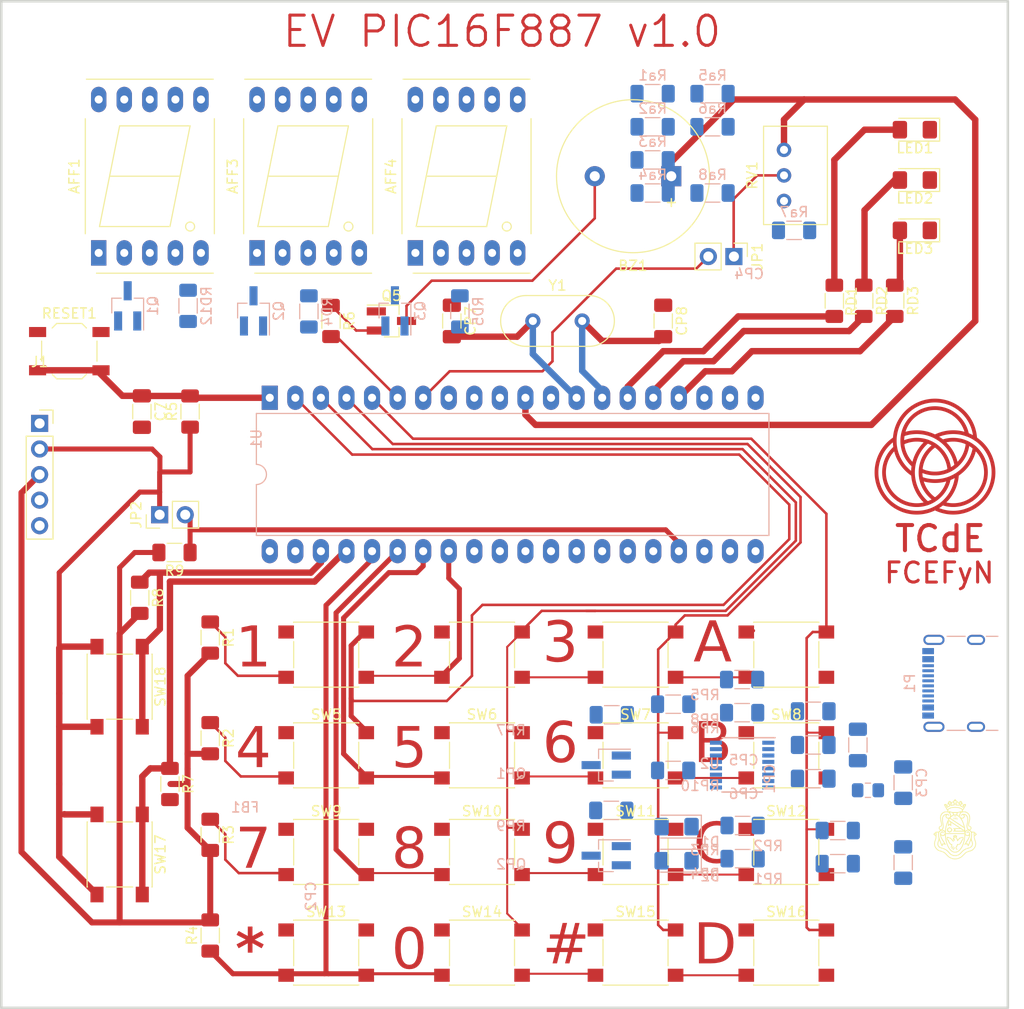
<source format=kicad_pcb>
(kicad_pcb (version 20221018) (generator pcbnew)
  (layers (0 "F.Cu" signal) (31 "B.Cu" signal) (34 "B.Paste" user) (35 "F.Paste" user) (36 "B.SilkS" user "B.Silkscreen") (37 "F.SilkS" user "F.Silkscreen") (38 "B.Mask" user) (39 "F.Mask" user) (44 "Edge.Cuts" user))
  (net 0 "")
  (net 1 "MCLR")
  (net 2 "Net-(LED1-A)")
  (net 3 "Net-(U1-RA7{slash}OSC1{slash}CLKIN)")
  (net 4 "Net-(U1-RA6{slash}OSC2{slash}CLKOUT)")
  (net 5 "Net-(BZ1-+)")
  (net 6 "RA4")
  (net 7 "RA5")
  (net 8 "e")
  (net 9 "d")
  (net 10 "GND")
  (net 11 "Net-(CP1-Pad2)")
  (net 12 "Net-(P1-D+)")
  (net 13 "Net-(JP2-B)")
  (net 14 "RA1")
  (net 15 "RC0")
  (net 16 "Net-(LED2-A)")
  (net 17 "RC1")
  (net 19 "Net-(Q1-C)")
  (net 20 "RD0")
  (net 21 "RD1")
  (net 22 "RD2")
  (net 24 "RA2")
  (net 25 "Net-(P1-D-)")
  (net 26 "+3.3V")
  (net 27 "c")
  (net 28 "DP")
  (net 29 "b")
  (net 30 "a")
  (net 31 "+5V")
  (net 32 "Net-(D1-K)")
  (net 33 "RD3")
  (net 34 "RB0")
  (net 35 "RB1")
  (net 36 "RB2")
  (net 37 "f")
  (net 38 "g")
  (net 39 "Net-(LED3-A)")
  (net 40 "RC2")
  (net 42 "Net-(D2-K)")
  (net 43 "Net-(U2-USBDM)")
  (net 44 "Net-(U2-USBDP)")
  (net 46 "Net-(U2-CBUS1)")
  (net 47 "Net-(U2-CBUS2)")
  (net 48 "TXpic")
  (net 49 "RXpic")
  (net 52 "RB3")
  (net 56 "RA0")
  (net 57 "ICSPCLK")
  (net 58 "ICSPDAT")
  (net 59 "RA3")
  (net 60 "Net-(JP1-A)")
  (net 61 "Net-(Q2-C)")
  (net 62 "Net-(Q3-C)")
  (net 63 "Net-(Q1-B)")
  (net 64 "Net-(Q2-B)")
  (net 65 "Net-(Q3-B)")
  (net 66 "RD4")
  (net 67 "RD5")
  (net 68 "RD6")
  (net 69 "RD7")
  (net 70 "RE1")
  (net 71 "RE2")
  (net 72 "RE0")
  (net 73 "RB4")
  (net 74 "RB5")
  (net 75 "Net-(Q5-B)")
  (net 76 "Net-(QP1-B)")
  (net 77 "Net-(QP1-C)")
  (net 78 "Net-(QP2-B)")
  (net 79 "Net-(U2-RXD)")
  (net 80 "Net-(U2-TXD)")
  (footprint "Button_Switch_SMD:SW_SPST_PTS645" (layer "F.Cu") (at 93.23 80.15)
    (fp_text reference "SW4" hide)
    (fp_text value "SW_Push" hide)
  )
  (footprint "Crystal:Crystal_HC18-U_Vertical" (layer "F.Cu") (at 68.05 47)
    (fp_text reference "Y1")
    (fp_text value "Crystal")
  )
  (footprint "Taller:Logo" (layer "F.Cu") (at 108 61)
    (fp_text reference "TCdE FCEFYN" hide)
    (fp_text value "Logo")
  )
  (footprint "Resistor_SMD:R_1206_3216Metric_Pad1.30x1.75mm_HandSolder" (layer "F.Cu") (at 29 74.5 -90)
    (fp_text reference "R8")
    (fp_text value "10K")
  )
  (footprint "Button_Switch_SMD:SW_SPST_PTS645" (layer "F.Cu") (at 63 90.15)
    (fp_text reference "SW6")
    (fp_text value "SW_Push")
  )
  (footprint "Button_Switch_SMD:SW_SPST_PTS645" (layer "F.Cu") (at 93.23 90.15)
    (fp_text reference "SW8")
    (fp_text value "SW_Push")
  )
  (footprint "Button_Switch_SMD:SW_SPST_PTS645" (layer "F.Cu") (at 47.52 90.15)
    (fp_text reference "SW5")
    (fp_text value "SW_Push")
  )
  (footprint "LED_SMD:LED_1206_3216Metric_Pad1.42x1.75mm_HandSolder" (layer "F.Cu") (at 106 38 180)
    (fp_text reference "LED3")
    (fp_text value "LED")
  )
  (footprint "Resistor_SMD:R_1206_3216Metric_Pad1.30x1.75mm_HandSolder" (layer "F.Cu") (at 100.92 45 -90)
    (fp_text reference "RD2")
    (fp_text value "220R")
  )
  (footprint "Capacitor_SMD:C_1206_3216Metric_Pad1.33x1.80mm_HandSolder" (layer "F.Cu") (at 81 47 -90)
    (fp_text reference "CP8")
    (fp_text value "47pF")
  )
  (footprint "Display_7Segment:7SegmentLED_LTS6760_LTS6780" (layer "F.Cu") (at 56.38 40.24 90)
    (fp_text reference "AFF4")
    (fp_text value "LTS-6980HR" hide)
  )
  (footprint "Capacitor_SMD:C_1206_3216Metric_Pad1.33x1.80mm_HandSolder" (layer "F.Cu") (at 60 47 -90)
    (fp_text reference "CP7")
    (fp_text value "47pF")
  )
  (footprint "Connector_PinHeader_2.54mm:PinHeader_1x02_P2.54mm_Vertical" (layer "F.Cu") (at 30.975 66.25 90)
    (fp_text reference "JP2")
    (fp_text value "Jumper_2_Bridged")
  )
  (footprint "Resistor_SMD:R_1206_3216Metric_Pad1.30x1.75mm_HandSolder" (layer "F.Cu") (at 104 45 -90)
    (fp_text reference "RD3")
    (fp_text value "220R")
  )
  (footprint "Button_Switch_SMD:SW_SPST_PTS645" (layer "F.Cu") (at 93.23 109.75)
    (fp_text reference "SW16")
    (fp_text value "SW_Push")
  )
  (footprint "Potentiometer_THT:Potentiometer_Bourns_3299W_Vertical" (layer "F.Cu") (at 93 30 90)
    (fp_text reference "RV1")
    (fp_text value "R_Potentiometer")
  )
  (footprint "Display_7Segment:7SegmentLED_LTS6760_LTS6780" (layer "F.Cu") (at 24.92 40.24 90)
    (fp_text reference "AFF1")
    (fp_text value "LTS-6980HR")
  )
  (footprint "LED_SMD:LED_1206_3216Metric_Pad1.42x1.75mm_HandSolder" (layer "F.Cu") (at 106 28 180)
    (fp_text reference "LED1")
    (fp_text value "LED")
  )
  (footprint "Buzzer_Beeper:Buzzer_15x7.5RM7.6" (layer "F.Cu") (at 81.8 32.62 180)
    (fp_text reference "BZ1")
    (fp_text value "Buzzer")
  )
  (footprint "MountingHole:MountingHole_3.2mm_M3" (layer "F.Cu") (at 110 20)
    (fp_text reference "REF2" hide)
    (fp_text value "MountingHole_3.2mm_M3" hide)
  )
  (footprint "Button_Switch_SMD:SW_SPST_PTS645" (layer "F.Cu") (at 47.52 80.15)
    (fp_text reference "SW1" hide)
    (fp_text value "SW_Push")
  )
  (footprint "MountingHole:MountingHole_3.2mm_M3" (layer "F.Cu") (at 110 110)
    (fp_text reference "REF4" hide)
    (fp_text value "MountingHole_3.2mm_M3" hide)
  )
  (footprint "Capacitor_SMD:C_1206_3216Metric_Pad1.33x1.80mm_HandSolder" (layer "F.Cu") (at 29.21 56 -90)
    (fp_text reference "C7")
    (fp_text value "100nF")
  )
  (footprint "Button_Switch_SMD:SW_SPST_PTS645" (layer "F.Cu") (at 27 83.333333 -90)
    (fp_text reference "SW18")
    (fp_text value "SW_Push")
  )
  (footprint "Button_Switch_SMD:SW_SPST_PTS645" (layer "F.Cu") (at 27 100 -90)
    (fp_text reference "SW17")
    (fp_text value "SW_Push")
  )
  (footprint "LED_SMD:LED_1206_3216Metric_Pad1.42x1.75mm_HandSolder" (layer "F.Cu") (at 106 33 180)
    (fp_text reference "LED2")
    (fp_text value "LED")
  )
  (footprint "Button_Switch_SMD:SW_SPST_PTS645" (layer "F.Cu") (at 63 99.75)
    (fp_text reference "SW10")
    (fp_text value "SW_Push")
  )
  (footprint "MountingHole:MountingHole_3.2mm_M3" (layer "F.Cu") (at 20 110)
    (fp_text reference "REF3" hide)
    (fp_text value "MountingHole_3.2mm_M3" hide)
  )
  (footprint "MountingHole:MountingHole_3.2mm_M3" (layer "F.Cu") (at 20 20)
    (fp_text reference "REF1" hide)
    (fp_text value "MountingHole_3.2mm_M3" hide)
  )
  (footprint "Resistor_SMD:R_1206_3216Metric_Pad1.30x1.75mm_HandSolder" (layer "F.Cu") (at 36 108.05 90)
    (fp_text reference "R4")
    (fp_text value "10K")
  )
  (footprint "Resistor_SMD:R_1206_3216Metric_Pad1.30x1.75mm_HandSolder" (layer "F.Cu") (at 32.45 70 180)
    (fp_text reference "R9")
    (fp_text value "10K")
  )
  (footprint "Resistor_SMD:R_1206_3216Metric_Pad1.30x1.75mm_HandSolder" (layer "F.Cu") (at 34 56 90)
    (fp_text reference "R5")
    (fp_text value "10K")
  )
  (footprint "Button_Switch_SMD:SW_SPST_TL3342" (layer "F.Cu") (at 22 50)
    (fp_text reference "RESET1")
    (fp_text value "SW_Push")
  )
  (footprint "Display_7Segment:7SegmentLED_LTS6760_LTS6780" (layer "F.Cu") (at 40.65 40.24 90)
    (fp_text reference "AFF3")
    (fp_text value "LTS-6980HR")
  )
  (footprint "Button_Switch_SMD:SW_SPST_PTS645" (layer "F.Cu") (at 63 80.15)
    (fp_text reference "SW2" hide)
    (fp_text value "SW_Push" hide)
  )
  (footprint "Resistor_SMD:R_1206_3216Metric_Pad1.30x1.75mm_HandSolder" (layer "F.Cu") (at 36 78.45 -90)
    (fp_text reference "R1")
    (fp_text value "10K")
  )
  (footprint "Button_Switch_SMD:SW_SPST_PTS645" (layer "F.Cu") (at 78.25 99.75)
    (fp_text reference "SW11")
    (fp_text value "SW_Push")
  )
  (footprint "Resistor_SMD:R_1206_3216Metric_Pad1.30x1.75mm_HandSolder" (layer "F.Cu") (at 36 98.05 -90)
    (fp_text reference "R3")
    (fp_text value "10K")
  )
  (footprint "Button_Switch_SMD:SW_SPST_PTS645" (layer "F.Cu") (at 47.52 99.75)
    (fp_text reference "SW9")
    (fp_text value "SW_Push")
  )
  (footprint "Connector_PinHeader_2.54mm:PinHeader_1x02_P2.54mm_Vertical" (layer "F.Cu") (at 88.025 40.6 -90)
    (fp_text reference "JP1")
    (fp_text value "Jumper_2_Bridged")
  )
  (footprint "Button_Switch_SMD:SW_SPST_PTS645" (layer "F.Cu") (at 47.52 109.75)
    (fp_text reference "SW13")
    (fp_text value "SW_Push")
  )
  (footprint "Resistor_SMD:R_1206_3216Metric_Pad1.30x1.75mm_HandSolder" (layer "F.Cu") (at 98 45 -90)
    (fp_text reference "RD1")
    (fp_text value "220R")
  )
  (footprint "Resistor_SMD:R_1206_3216Metric_Pad1.30x1.75mm_HandSolder" (layer "F.Cu") (at 32 93 -90)
    (fp_text reference "R7")
    (fp_text value "10K" hide)
  )
  (footprint "Resistor_SMD:R_1206_3216Metric_Pad1.30x1.75mm_HandSolder" (layer "F.Cu") (at 36 88.45 -90)
    (fp_text reference "R2")
    (fp_text value "10K")
  )
  (footprint "Button_Switch_SMD:SW_SPST_PTS645" (layer "F.Cu") (at 78.25 90.15)
    (fp_text reference "SW7")
    (fp_text value "SW_Push")
  )
  (footprint "Resistor_SMD:R_1206_3216Metric_Pad1.30x1.75mm_HandSolder" (layer "F.Cu") (at 48 47 -90)
    (fp_text reference "R6")
    (fp_text value "330R")
  )
  (footprint "Libreria_Propia:unc_logo_4.3x6mm" (layer "F.Cu") (at 110 97.5)
    (fp_text reference "G***" hide)
    (fp_text value "LOGO" hide)
  )
  (footprint "Connector_PinSocket_2.54mm:PinSocket_1x05_P2.54mm_Vertical" (layer "F.Cu") (at 19.05 57.18)
    (fp_text reference "J1")
    (fp_text value "Conn_01x05_Socket")
  )
  (footprint "Package_TO_SOT_SMD:SOT-23_Handsoldering" (layer "F.Cu") (at 54 47)
    (fp_text reference "Q5")
    (fp_text value "2N3904")
  )
  (footprint "Button_Switch_SMD:SW_SPST_PTS645" (layer "F.Cu") (at 78.25 80.15)
    (fp_text reference "SW3" hide)
    (fp_text value "SW_Push" hide)
  )
  (footprint "Button_Switch_SMD:SW_SPST_PTS645" (layer "F.Cu") (at 63 109.75)
    (fp_text reference "SW14")
    (fp_text value "SW_Push")
  )
  (footprint "Button_Switch_SMD:SW_SPST_PTS645" (layer "F.Cu") (at 93.23 99.75)
    (fp_text reference "SW12")
    (fp_text value "SW_Push")
  )
  (footprint "Button_Switch_SMD:SW_SPST_PTS645" (layer "F.Cu") (at 78.25 109.75)
    (fp_text reference "SW15")
    (fp_text value "SW_Push")
  )
  (footprint "LED_SMD:LED_1206_3216Metric_Pad1.42x1.75mm_HandSolder" (layer "B.Cu") (at 82.3275 100.6225 180)
    (fp_text reference "D2")
    (fp_text value "LED")
  )
  (footprint "Package_TO_SOT_SMD:SOT-23_Handsoldering" (layer "B.Cu") (at 27.8 45.5 90)
    (fp_text reference "Q1")
    (fp_text value "2N3904")
  )
  (footprint "Capacitor_SMD:C_1206_3216Metric_Pad1.33x1.80mm_HandSolder" (layer "B.Cu") (at 100.34 89.1225 -90)
    (fp_text reference "CP1")
    (fp_text value "10nF")
  )
  (footprint "Resistor_SMD:R_1206_3216Metric_Pad1.30x1.75mm_HandSolder" (layer "B.Cu") (at 81.99 91.6525 180)
    (fp_text reference "RP10")
    (fp_text value "10K")
  )
  (footprint "Resistor_SMD:R_1206_3216Metric_Pad1.30x1.75mm_HandSolder" (layer "B.Cu") (at 85.9 34.29 180)
    (fp_text reference "Ra8")
    (fp_text value "200R")
  )
  (footprint "Resistor_SMD:R_1206_3216Metric_Pad1.30x1.75mm_HandSolder" (layer "B.Cu") (at 85.9 27.71 180)
    (fp_text reference "Ra6")
    (fp_text value "200R")
  )
  (footprint "Package_TO_SOT_SMD:SOT-23_Handsoldering" (layer "B.Cu") (at 40.3 46 90)
    (fp_text reference "Q2")
    (fp_text value "2N3904")
  )
  (footprint "Package_TO_SOT_SMD:SOT-23_Handsoldering" (layer "B.Cu") (at 75.34 91.1225 180)
    (fp_text reference "QP1")
    (fp_text value "2N3904")
  )
  (footprint "Resistor_SMD:R_1206_3216Metric_Pad1.30x1.75mm_HandSolder" (layer "B.Cu") (at 85.9 24.42 180)
    (fp_text reference "Ra5")
    (fp_text value "200R")
  )
  (footprint "Package_TO_SOT_SMD:SOT-23_Handsoldering" (layer "B.Cu") (at 75.34 100.1225 180)
    (fp_text reference "QP2")
    (fp_text value "2N3904")
  )
  (footprint "Resistor_SMD:R_1206_3216Metric_Pad1.30x1.75mm_HandSolder" (layer "B.Cu") (at 88.84 85.9125 180)
    (fp_text reference "RP6")
    (fp_text value "3K3")
  )
  (footprint "Package_TO_SOT_SMD:SOT-23_Handsoldering" (layer "B.Cu") (at 54.35 46 90)
    (fp_text reference "Q3")
    (fp_text value "2N3904")
  )
  (footprint "Resistor_SMD:R_1206_3216Metric_Pad1.30x1.75mm_HandSolder" (layer "B.Cu") (at 81.99 85.0725 180)
    (fp_text reference "RP8")
    (fp_text value "10K")
  )
  (footprint "Resistor_SMD:R_1206_3216Metric_Pad1.30x1.75mm_HandSolder" (layer "B.Cu") (at 79.95 24.42 180)
    (fp_text reference "Ra1")
    (fp_text value "200R")
  )
  (footprint "Capacitor_SMD:C_1206_3216Metric_Pad1.33x1.80mm_HandSolder" (layer "B.Cu") (at 104.84 92.865 90)
    (fp_text reference "CP3")
    (fp_text value "47pF")
  )
  (footprint "Capacitor_SMD:C_1206_3216Metric_Pad1.33x1.80mm_HandSolder" (layer "B.Cu") (at 95.9025 92.4725 180)
    (fp_text reference "CP6")
    (fp_text value "100nF")
  )
  (footprint "Capacitor_SMD:C_1206_3216Metric_Pad1.33x1.80mm_HandSolder" (layer "B.Cu") (at 95.9025 89.1225 180)
    (fp_text reference "CP5")
    (fp_text value "4,7uF")
  )
  (footprint "Capacitor_SMD:C_1206_3216Metric_Pad1.33x1.80mm_HandSolder" (layer "B.Cu") (at 95.9025 85.7725 180)
    (fp_text reference "CP4")
    (fp_text value "100nF")
  )
  (footprint "Resistor_SMD:R_1206_3216Metric_Pad1.30x1.75mm_HandSolder" (layer "B.Cu") (at 88.89 100.4125 180)
    (fp_text reference "RP4")
    (fp_text value "270R")
  )
  (footprint "Package_DIP:DIP-40_W15.24mm_LongPads" (layer "B.Cu") (at 41.915 54.63 -90)
    (fp_text reference "U1")
    (fp_text value "PIC16F887-IP")
  )
  (footprint "Resistor_SMD:R_1206_3216Metric_Pad1.30x1.75mm_HandSolder" (layer "B.Cu") (at 88.89 97.1225 180)
    (fp_text reference "RP3")
    (fp_text value "270R")
  )
  (footprint "Resistor_SMD:R_1206_3216Metric_Pad1.30x1.75mm_HandSolder" (layer "B.Cu") (at 79.95 27.71 180)
    (fp_text reference "Ra2")
    (fp_text value "200R")
  )
  (footprint "Resistor_SMD:R_1206_3216Metric_Pad1.30x1.75mm_HandSolder" (layer "B.Cu") (at 75.84 95.6225 180)
    (fp_text reference "RP9")
    (fp_text value "1K")
  )
  (footprint "Resistor_SMD:R_1206_3216Metric_Pad1.30x1.75mm_HandSolder" (layer "B.Cu") (at 75.89 86.1225 180)
    (fp_text reference "RP7")
    (fp_text value "4K7")
  )
  (footprint "Resistor_SMD:R_1206_3216Metric_Pad1.30x1.75mm_HandSolder" (layer "B.Cu") (at 45.8 46.05 90)
    (fp_text reference "RD4")
    (fp_text value "4.7k")
  )
  (footprint "Inductor_SMD:L_0805_2012Metric_Pad1.15x1.40mm_HandSolder" (layer "B.Cu") (at 101.34 93.6225 180)
    (fp_text reference "FB1")
    (fp_text value "FerriteBead")
  )
  (footprint "Resistor_SMD:R_1206_3216Metric_Pad1.30x1.75mm_HandSolder" (layer "B.Cu") (at 60.8 46.05 90)
    (fp_text reference "RD5")
    (fp_text value "4.7k")
  )
  (footprint "LED_SMD:LED_1206_3216Metric_Pad1.42x1.75mm_HandSolder" (layer "B.Cu") (at 82.3275 97.2325 180)
    (fp_text reference "D1")
    (fp_text value "LED")
  )
  (footprint "Resistor_SMD:R_1206_3216Metric_Pad1.30x1.75mm_HandSolder" (layer "B.Cu") (at 33.8 45.5 90)
    (fp_text reference "RD12")
    (fp_text value "4.7k")
  )
  (footprint "Resistor_SMD:R_1206_3216Metric_Pad1.30x1.75mm_HandSolder" (layer "B.Cu") (at 88.84 82.6225 180)
    (fp_text reference "RP5")
    (fp_text value "2K2")
  )
  (footprint "Capacitor_SMD:C_1206_3216Metric_Pad1.33x1.80mm_HandSolder" (layer "B.Cu") (at 104.84 100.8025 -90)
    (fp_text reference "CP2")
    (fp_text value "47pF")
  )
  (footprint "Resistor_SMD:R_1206_3216Metric_Pad1.30x1.75mm_HandSolder" (layer "B.Cu") (at 79.95 34.29 180)
    (fp_text reference "Ra4")
    (fp_text value "200R")
  )
  (footprint "Package_SO:SSOP-16_3.9x4.9mm_P0.635mm" (layer "B.Cu") (at 88.84 91.1225 180)
    (fp_text reference "U2")
    (fp_text value "FT230XS")
  )
  (footprint "Resistor_SMD:R_1206_3216Metric_Pad1.30x1.75mm_HandSolder" (layer "B.Cu") (at 98.34 100.9125 180)
    (fp_text reference "RP1")
    (fp_text value "27R")
  )
  (footprint "Resistor_SMD:R_1206_3216Metric_Pad1.30x1.75mm_HandSolder" (layer "B.Cu") (at 98.34 97.6225 180)
    (fp_text reference "RP2")
    (fp_text value "27R")
  )
  (footprint "Resistor_SMD:R_1206_3216Metric_Pad1.30x1.75mm_HandSolder" (layer "B.Cu") (at 79.95 31 180)
    (fp_text reference "Ra3")
    (fp_text value "200R")
  )
  (footprint "Resistor_SMD:R_1206_3216Metric_Pad1.30x1.75mm_HandSolder" (layer "B.Cu") (at 94 38 180)
    (fp_text reference "Ra7")
    (fp_text value "200R")
  )
  (footprint "Connector_USB:USB_C_Receptacle_GCT_USB4105-xx-A_16P_TopMnt_Horizontal" (layer "B.Cu") (at 111 83 -90)
    (fp_text reference "P1")
    (fp_text value "USB_C_Plug_USB2.0")
  )
  (gr_rect locked (start 15.24 15.24) (end 115.24 115.24) (stroke (width 0.25)) (fill none) (layer "Edge.Cuts"))
  (gr_text "5" (at 54 92) (layer "F.Cu") (effects (font (size 4 4) (thickness 0.5)) (justify left bottom)))
  (gr_text "*" (at 38.5 112) (layer "F.Cu") (effects (font (size 4 4) (thickness 0.8) bold) (justify left bottom)))
  (gr_text "3" (at 69 81.5) (layer "F.Cu") (effects (font (size 4 4) (thickness 0.5)) (justify left bottom)))
  (gr_text "6" (at 69 91.5) (layer "F.Cu") (effects (font (size 4 4) (thickness 0.5)) (justify left bottom)))
  (gr_text "#" (at 69 111.5) (layer "F.Cu") (effects (font (size 4 4) (thickness 0.5)) (justify left bottom)))
  (gr_text "9" (at 69 101.5) (layer "F.Cu") (effects (font (size 4 4) (thickness 0.5)) (justify left bottom)))
  (gr_text "4" (at 38.5 92) (layer "F.Cu") (effects (font (size 4 4) (thickness 0.5)) (justify left bottom)))
  (gr_text "EV PIC16F887 v1.0" (at 43 20) (layer "F.Cu") (effects (font (size 3 3) (thickness 0.3) bold) (justify left bottom)))
  (gr_text "C" (at 84 101.5) (layer "F.Cu") (effects (font (size 4 4) (thickness 0.5)) (justify left bottom)))
  (gr_text "8" (at 54 102) (layer "F.Cu") (effects (font (size 4 4) (thickness 0.5)) (justify left bottom)))
  (gr_text "0" (at 54 112) (layer "F.Cu") (effects (font (size 4 4) (thickness 0.5)) (justify left bottom)))
  (gr_text "2" (at 54 82) (layer "F.Cu") (effects (font (size 4 4) (thickness 0.5)) (justify left bottom)))
  (gr_text "D" (at 84 111.5) (layer "F.Cu") (effects (font (size 4 4) (thickness 0.5)) (justify left bottom)))
  (gr_text "B" (at 84 91.5) (layer "F.Cu") (effects (font (size 4 4) (thickness 0.5)) (justify left bottom)))
  (gr_text "A" (at 84 81.5) (layer "F.Cu") (effects (font (size 4 4) (thickness 0.5)) (justify left bottom)))
  (gr_text "7" (at 38.5 102) (layer "F.Cu") (effects (font (size 4 4) (thickness 0.5)) (justify left bottom)))
  (gr_text "1" (at 38.5 82) (layer "F.Cu") (effects (font (size 4 4) (thickness 0.5)) (justify left bottom)))
  (segment (start 34 54.45) (end 29.2225 54.45) (width 0.635) (layer "F.Cu") (net 1))
  (segment (start 18.44 51.9) (end 24.74 51.9) (width 0.635) (layer "F.Cu") (net 1))
  (segment (start 41.915 54.63) (end 34.18 54.63) (width 0.635) (layer "F.Cu") (net 1))
  (segment (start 27.2775 54.4375) (end 24.74 51.9) (width 0.635) (layer "F.Cu") (net 1))
  (segment (start 29.2225 54.45) (end 29.21 54.4375) (width 0.635) (layer "F.Cu") (net 1))
  (segment (start 34.18 54.63) (end 34 54.45) (width 0.635) (layer "F.Cu") (net 1))
  (segment (start 29.21 54.4375) (end 27.2775 54.4375) (width 0.635) (layer "F.Cu") (net 1))
  (segment (start 104.5125 28) (end 101 28) (width 0.635) (layer "F.Cu") (net 2))
  (segment (start 101 28) (end 98 31) (width 0.635) (layer "F.Cu") (net 2))
  (segment (start 98 31) (end 98 43.45) (width 0.635) (layer "F.Cu") (net 2))
  (segment (start 60 48.5625) (end 66.4875 48.5625) (width 0.635) (layer "F.Cu") (net 3))
  (segment (start 66.4875 48.5625) (end 68.05 47) (width 0.635) (layer "F.Cu") (net 3))
  (segment (start 68.05 47) (end 68.05 50.285) (width 0.635) (layer "B.Cu") (net 3))
  (segment (start 68.05 50.285) (end 72.395 54.63) (width 0.635) (layer "B.Cu") (net 3))
  (segment (start 81 48.5625) (end 80.5775 48.985) (width 0.635) (layer "F.Cu") (net 4))
  (segment (start 80.5775 48.985) (end 74.935 48.985) (width 0.635) (layer "F.Cu") (net 4))
  (segment (start 72.95 47) (end 74.935 48.985) (width 0.635) (layer "F.Cu") (net 4))
  (segment (start 74.935 53.935) (end 72.95 51.95) (width 0.635) (layer "B.Cu") (net 4))
  (segment (start 72.95 51.95) (end 72.95 47) (width 0.635) (layer "B.Cu") (net 4))
  (segment (start 74.935 54.63) (end 74.935 53.935) (width 0.635) (layer "B.Cu") (net 4))
  (segment (start 58 43) (end 68 43) (width 0.254) (layer "F.Cu") (net 5))
  (segment (start 68 43) (end 74.2 36.8) (width 0.254) (layer "F.Cu") (net 5))
  (segment (start 55.5 47) (end 55.5 45.5) (width 0.254) (layer "F.Cu") (net 5))
  (segment (start 55.5 45.5) (end 58 43) (width 0.254) (layer "F.Cu") (net 5))
  (segment (start 74.2 36.8) (end 74.2 32.62) (width 0.254) (layer "F.Cu") (net 5))
  (segment (start 48 48.55) (end 48.55 48.55) (width 0.254) (layer "F.Cu") (net 6))
  (segment (start 48.55 48.55) (end 55 55) (width 0.254) (layer "F.Cu") (net 6))
  (segment (start 69 52) (end 70 51) (width 0.254) (layer "F.Cu") (net 7))
  (segment (start 84.285 41.8) (end 85.485 40.6) (width 0.254) (layer "F.Cu") (net 7))
  (segment (start 76.325 41.8) (end 84.285 41.8) (width 0.254) (layer "F.Cu") (net 7))
  (segment (start 57 55) (end 57 54.785) (width 0.254) (layer "F.Cu") (net 7))
  (segment (start 70 51) (end 70 48.125) (width 0.254) (layer "F.Cu") (net 7))
  (segment (start 59.785 52) (end 69 52) (width 0.254) (layer "F.Cu") (net 7))
  (segment (start 57 54.785) (end 57.155 54.63) (width 0.254) (layer "F.Cu") (net 7))
  (segment (start 57.155 54.63) (end 59.785 52) (width 0.254) (layer "F.Cu") (net 7))
  (segment (start 70 48.125) (end 76.325 41.8) (width 0.254) (layer "F.Cu") (net 7))
  (segment (start 27 78.05) (end 27 106.75) (width 0.6) (layer "F.Cu") (net 10))
  (segment (start 27 71.5) (end 27 78.05) (width 0.5) (layer "F.Cu") (net 10))
  (segment (start 29 76.05) (end 27 78.05) (width 0.6) (layer "F.Cu") (net 10))
  (segment (start 33.75 91.5) (end 33.75 90) (width 0.6) (layer "F.Cu") (net 10))
  (segment (start 36 99.6) (end 36 106.5) (width 0.6) (layer "F.Cu") (net 10))
  (segment (start 33.75 93) (end 33.75 91.5) (width 0.6) (layer "F.Cu") (net 10))
  (segment (start 36 90) (end 33.75 90) (width 0.6) (layer "F.Cu") (net 10))
  (segment (start 27 106.75) (end 35.75 106.75) (width 0.6) (layer "F.Cu") (net 10))
  (segment (start 19.05 62.26) (end 17.25 64.06) (width 0.6) (layer "F.Cu") (net 10))
  (segment (start 17.25 99.75) (end 24.25 106.75) (width 0.6) (layer "F.Cu") (net 10))
  (segment (start 32 94.55) (end 32.05 94.5) (width 0.2) (layer "F.Cu") (net 10))
  (segment (start 33.75 90) (end 33.75 82.25) (width 0.6) (layer "F.Cu") (net 10))
  (segment (start 33.75 97.35) (end 33.75 93) (width 0.6) (layer "F.Cu") (net 10))
  (segment (start 32.05 93) (end 33.75 93) (width 0.6) (layer "F.Cu") (net 10))
  (segment (start 36 99.6) (end 33.75 97.35) (width 0.6) (layer "F.Cu") (net 10))
  (segment (start 30.9 70) (end 28.5 70) (width 0.5) (layer "F.Cu") (net 10))
  (segment (start 28.5 70) (end 27 71.5) (width 0.5) (layer "F.Cu") (net 10))
  (segment (start 33.75 82.25) (end 36 80) (width 0.6) (layer "F.Cu") (net 10))
  (segment (start 24.25 106.75) (end 27 106.75) (width 0.6) (layer "F.Cu") (net 10))
  (segment (start 35.75 106.75) (end 36 106.5) (width 0.6) (layer "F.Cu") (net 10))
  (segment (start 17.25 64.06) (end 17.25 99.75) (width 0.6) (layer "F.Cu") (net 10))
  (segment (start 81.25 67.75) (end 82.555 69.055) (width 0.5) (layer "F.Cu") (net 13))
  (segment (start 34 66.735) (end 34 67.75) (width 0.5) (layer "F.Cu") (net 13))
  (segment (start 33.515 66.25) (end 34 66.735) (width 0.5) (layer "F.Cu") (net 13))
  (segment (start 34 67.75) (end 81.25 67.75) (width 0.5) (layer "F.Cu") (net 13))
  (segment (start 34 67.75) (end 34 70) (width 0.5) (layer "F.Cu") (net 13))
  (segment (start 82.555 69.055) (end 82.555 69.87) (width 0.5) (layer "F.Cu") (net 13))
  (segment (start 34 70) (end 33.515 69.515) (width 0.2) (layer "F.Cu") (net 13))
  (segment (start 74.25 75.8) (end 73.35 75.8) (width 0.254) (layer "F.Cu") (net 14))
  (segment (start 66.98 87.75) (end 65.5 87.75) (width 0.2) (layer "F.Cu") (net 14))
  (segment (start 68.93 75.8) (end 74.25 75.8) (width 0.254) (layer "F.Cu") (net 14))
  (segment (start 87.2 75.8) (end 74.25 75.8) (width 0.254) (layer "F.Cu") (net 14))
  (segment (start 52.108 59.733) (end 88.883 59.733) (width 0.254) (layer "F.Cu") (net 14))
  (segment (start 66.98 77.75) (end 68.93 75.8) (width 0.254) (layer "F.Cu") (net 14))
  (segment (start 65.5 105.87) (end 66.98 107.35) (width 0.2) (layer "F.Cu") (net 14))
  (segment (start 65.5 97.25) (end 65.5 105.87) (width 0.2) (layer "F.Cu") (net 14))
  (segment (start 94.175 68.825) (end 87.2 75.8) (width 0.254) (layer "F.Cu") (net 14))
  (segment (start 65.5 79.38) (end 65.5 87.75) (width 0.2) (layer "F.Cu") (net 14))
  (segment (start 66.98 97.35) (end 65.6 97.35) (width 0.2) (layer "F.Cu") (net 14))
  (segment (start 65.5 87.75) (end 65.5 97.25) (width 0.2) (layer "F.Cu") (net 14))
  (segment (start 88.883 59.733) (end 94.175 65.025) (width 0.254) (layer "F.Cu") (net 14))
  (segment (start 66.98 77.9) (end 65.5 79.38) (width 0.2) (layer "F.Cu") (net 14))
  (segment (start 47.005 54.63) (end 52.108 59.733) (width 0.254) (layer "F.Cu") (net 14))
  (segment (start 94.175 65.025) (end 94.175 68.825) (width 0.254) (layer "F.Cu") (net 14))
  (segment (start 65.6 97.35) (end 65.5 97.25) (width 0.2) (layer "F.Cu") (net 14))
  (segment (start 85 50) (end 81 50) (width 0.635) (layer "F.Cu") (net 15))
  (segment (start 77.475 53.525) (end 77.475 54.63) (width 0.635) (layer "F.Cu") (net 15))
  (segment (start 81 50) (end 77.475 53.525) (width 0.635) (layer "F.Cu") (net 15))
  (segment (start 88.45 46.55) (end 85 50) (width 0.635) (layer "F.Cu") (net 15))
  (segment (start 98 46.55) (end 88.45 46.55) (width 0.635) (layer "F.Cu") (net 15))
  (segment (start 101 36) (end 101 43.37) (width 0.635) (layer "F.Cu") (net 16))
  (segment (start 104 33) (end 101 36) (width 0.635) (layer "F.Cu") (net 16))
  (segment (start 101 43.37) (end 100.92 43.45) (width 0.635) (layer "F.Cu") (net 16))
  (segment (start 104.5125 33) (end 104 33) (width 0.635) (layer "F.Cu") (net 16))
  (segment (start 83 51) (end 86 51) (width 0.635) (layer "F.Cu") (net 17))
  (segment (start 86 51) (end 89 48) (width 0.635) (layer "F.Cu") (net 17))
  (segment (start 99.47 48) (end 100.92 46.55) (width 0.635) (layer "F.Cu") (net 17))
  (segment (start 89 48) (end 99.47 48) (width 0.635) (layer "F.Cu") (net 17))
  (segment (start 80.015 53.985) (end 83 51) (width 0.635) (layer "F.Cu") (net 17))
  (segment (start 80.015 54.63) (end 80.015 53.985) (width 0.635) (layer "F.Cu") (net 17))
  (segment (start 54.13 59.225) (end 89.375 59.225) (width 0.254) (layer "F.Cu") (net 24))
  (segment (start 80.5 97.5) (end 80.5 107) (width 0.254) (layer "F.Cu") (net 24))
  (segment (start 82.23 87.9) (end 80.6 87.9) (width 0.2) (layer "F.Cu") (net 24))
  (segment (start 81 107.5) (end 82.23 107.5) (width 0.254) (layer "F.Cu") (net 24))
  (segment (start 94.642053 64.492053) (end 94.642053 69) (width 0.254) (layer "F.Cu") (net 24))
  (segment (start 94.642053 69) (end 87.388053 76.254) (width 0.254) (layer "F.Cu") (net 24))
  (segment (start 87.388053 76.254) (end 83.146 76.254) (width 0.254) (layer "F.Cu") (net 24))
  (segment (start 82.23 77.9) (end 80.5 79.63) (width 0.254) (layer "F.Cu") (net 24))
  (segment (start 80.5 107) (end 81 107.5) (width 0.254) (layer "F.Cu") (net 24))
  (segment (start 49.535 54.63) (end 54.13 59.225) (width 0.254) (layer "F.Cu") (net 24))
  (segment (start 80.5 79.63) (end 80.5 88) (width 0.254) (layer "F.Cu") (net 24))
  (segment (start 80.6 87.9) (end 80.5 88) (width 0.2) (layer "F.Cu") (net 24))
  (segment (start 89.375 59.225) (end 94.642053 64.492053) (width 0.254) (layer "F.Cu") (net 24))
  (segment (start 83.146 76.254) (end 82.23 77.17) (width 0.254) (layer "F.Cu") (net 24))
  (segment (start 80.5 88) (end 80.5 97.5) (width 0.254) (layer "F.Cu") (net 24))
  (segment (start 82.23 77.17) (end 82.23 77.9) (width 0.254) (layer "F.Cu") (net 24))
  (segment (start 82.23 97.5) (end 80.5 97.5) (width 0.2) (layer "F.Cu") (net 24))
  (segment (start 21.146667 79.353333) (end 21 79.5) (width 0.635) (layer "F.Cu") (net 31))
  (segment (start 68.325 57.325) (end 101.675 57.325) (width 0.635) (layer "F.Cu") (net 31))
  (segment (start 21 79.5) (end 21 84) (width 0.635) (layer "F.Cu") (net 31))
  (segment (start 67.315 56.315) (end 68.325 57.325) (width 0.635) (layer "F.Cu") (net 31))
  (segment (start 95 25) (end 93 27) (width 0.635) (layer "F.Cu") (net 31))
  (segment (start 30.975 64) (end 30.975 62.025) (width 0.5) (layer "F.Cu") (net 31))
  (segment (start 112 47) (end 112 27) (width 0.635) (layer "F.Cu") (net 31))
  (segment (start 81.8 32.62) (end 81.8 31.2) (width 0.635) (layer "F.Cu") (net 31))
  (segment (start 29 64) (end 30.975 64) (width 0.5) (layer "F.Cu") (net 31))
  (segment (start 21 84) (end 21 93) (width 0.635) (layer "F.Cu") (net 31))
  (segment (start 21 100.23) (end 24.75 103.98) (width 0.635) (layer "F.Cu") (net 31))
  (segment (start 21 72) (end 29 64) (width 0.5) (layer "F.Cu") (net 31))
  (segment (start 21 79.5) (end 21 72) (width 0.5) (layer "F.Cu") (net 31))
  (segment (start 24.75 87.313333) (end 21 87.313333) (width 0.635) (layer "F.Cu") (net 31))
  (segment (start 24.75 79.353333) (end 21.146667 79.353333) (width 0.635) (layer "F.Cu") (net 31))
  (segment (start 30.22 59.72) (end 19.05 59.72) (width 0.5) (layer "F.Cu") (net 31))
  (segment (start 21.5 96) (end 21.52 96.02) (width 0.635) (layer "F.Cu") (net 31))
  (segment (start 88 25) (end 95 25) (width 0.635) (layer "F.Cu") (net 31))
  (segment (start 21.52 96.02) (end 24.02 96.02) (width 0.635) (layer "F.Cu") (net 31))
  (segment (start 34 57.55) (end 34 62) (width 0.5) (layer "F.Cu") (net 31))
  (segment (start 34 62) (end 31 62) (width 0.5) (layer "F.Cu") (net 31))
  (segment (start 112 27) (end 110 25) (width 0.635) (layer "F.Cu") (net 31))
  (segment (start 67.315 54.63) (end 67.315 56.315) (width 0.635) (layer "F.Cu") (net 31))
  (segment (start 110 25) (end 95 25) (width 0.635) (layer "F.Cu") (net 31))
  (segment (start 31 60.5) (end 30.22 59.72) (width 0.5) (layer "F.Cu") (net 31))
  (segment (start 101.675 57.325) (end 112 47) (width 0.635) (layer "F.Cu") (net 31))
  (segment (start 81.8 31.2) (end 88 25) (width 0.635) (layer "F.Cu") (net 31))
  (segment (start 30.975 62.025) (end 31 62) (width 0.2) (layer "F.Cu") (net 31))
  (segment (start 30.975 66.25) (end 30.975 64) (width 0.5) (layer "F.Cu") (net 31))
  (segment (start 21 93) (end 21 100.23) (width 0.635) (layer "F.Cu") (net 31))
  (segment (start 31 62) (end 31 60.5) (width 0.5) (layer "F.Cu") (net 31))
  (segment (start 93 27) (end 93 30) (width 0.635) (layer "F.Cu") (net 31))
  (segment (start 82.23 82.4) (end 89.25 82.4) (width 0.2) (layer "F.Cu") (net 34))
  (segment (start 66.98 82.4) (end 74.27 82.4) (width 0.2) (layer "F.Cu") (net 34))
  (segment (start 43.54 82.25) (end 38.75 82.25) (width 0.254) (layer "F.Cu") (net 34))
  (segment (start 59.695 72.555) (end 60.75 73.61) (width 0.5) (layer "F.Cu") (net 34))
  (segment (start 51.5 82.25) (end 59.02 82.25) (width 0.2) (layer "F.Cu") (net 34))
  (segment (start 37.5 81) (end 37.5 78.4) (width 0.254) (layer "F.Cu") (net 34))
  (segment (start 60.75 80.52) (end 59.02 82.25) (width 0.5) (layer "F.Cu") (net 34))
  (segment (start 59.695 69.87) (end 59.695 72.555) (width 0.5) (layer "F.Cu") (net 34))
  (segment (start 60.75 73.61) (end 60.75 80.52) (width 0.5) (layer "F.Cu") (net 34))
  (segment (start 38.75 82.25) (end 37.5 81) (width 0.254) (layer "F.Cu") (net 34))
  (segment (start 37.5 78.4) (end 36 76.9) (width 0.254) (layer "F.Cu") (net 34))
  (segment (start 51.5 92.25) (end 59.02 92.25) (width 0.3) (layer "F.Cu") (net 35))
  (segment (start 49.25 90) (end 49.25 76.5) (width 0.5) (layer "F.Cu") (net 35))
  (segment (start 57.155 69.87) (end 57.155 70.845) (width 0.2) (layer "F.Cu") (net 35))
  (segment (start 53.75 72) (end 56.5 72) (width 0.5) (layer "F.Cu") (net 35))
  (segment (start 56.5 72) (end 57.155 71.345) (width 0.5) (layer "F.Cu") (net 35))
  (segment (start 66.98 92.25) (end 74.12 92.25) (width 0.2) (layer "F.Cu") (net 35))
  (segment (start 39.038868 92.25) (end 37.5 90.711132) (width 0.254) (layer "F.Cu") (net 35))
  (segment (start 82.23 92.4) (end 89.25 92.4) (width 0.2) (layer "F.Cu") (net 35))
  (segment (start 51.5 92.25) (end 49.25 90) (width 0.5) (layer "F.Cu") (net 35))
  (segment (start 43.54 92.25) (end 39.038868 92.25) (width 0.254) (layer "F.Cu") (net 35))
  (segment (start 37.5 90.711132) (end 37.5 88.4) (width 0.254) (layer "F.Cu") (net 35))
  (segment (start 57.155 71.345) (end 57.155 69.87) (width 0.5) (layer "F.Cu") (net 35))
  (segment (start 74.12 92.25) (end 74.27 92.4) (width 0.2) (layer "F.Cu") (net 35))
  (segment (start 49.25 76.5) (end 53.75 72) (width 0.5) (layer "F.Cu") (net 35))
  (segment (start 37.5 88.4) (end 36 86.9) (width 0.254) (layer "F.Cu") (net 35))
  (segment (start 43.54 101.85) (end 38.834263 101.85) (width 0.254) (layer "F.Cu") (net 36))
  (segment (start 66.98 101.85) (end 74.12 101.85) (width 0.2) (layer "F.Cu") (net 36))
  (segment (start 74.12 101.85) (end 74.27 102) (width 0.2) (layer "F.Cu") (net 36))
  (segment (start 37.5 98) (end 36 96.5) (width 0.254) (layer "F.Cu") (net 36))
  (segment (start 37.5 100.515737) (end 37.5 98) (width 0.254) (layer "F.Cu") (net 36))
  (segment (start 50.85 101.85) (end 51.5 101.85) (width 0.2) (layer "F.Cu") (net 36))
  (segment (start 54.615 70.385) (end 54.115 70.385) (width 0.5) (layer "F.Cu") (net 36))
  (segment (start 38.834263 101.85) (end 37.5 100.515737) (width 0.254) (layer "F.Cu") (net 36))
  (segment (start 51.5 101.85) (end 59.02 101.85) (width 0.2) (layer "F.Cu") (net 36))
  (segment (start 48.5 76) (end 48.5 99.5) (width 0.5) (layer "F.Cu") (net 36))
  (segment (start 48.5 99.5) (end 50.85 101.85) (width 0.5) (layer "F.Cu") (net 36))
  (segment (start 54.115 70.385) (end 48.5 76) (width 0.5) (layer "F.Cu") (net 36))
  (segment (start 82.23 102) (end 89.25 102) (width 0.2) (layer "F.Cu") (net 36))
  (segment (start 54.615 69.87) (end 54.615 70.385) (width 0.2) (layer "F.Cu") (net 36))
  (segment (start 104.5125 38) (end 104.5125 42.9375) (width 0.635) (layer "F.Cu") (net 39))
  (segment (start 104.5125 42.9375) (end 104 43.45) (width 0.635) (layer "F.Cu") (net 39))
  (segment (start 89.814309 50) (end 87.814309 52) (width 0.635) (layer "F.Cu") (net 40))
  (segment (start 85.185 52) (end 82.555 54.63) (width 0.635) (layer "F.Cu") (net 40))
  (segment (start 87.814309 52) (end 85.185 52) (width 0.635) (layer "F.Cu") (net 40))
  (segment (start 104 46.55) (end 100.55 50) (width 0.635) (layer "F.Cu") (net 40))
  (segment (start 100.55 50) (end 89.814309 50) (width 0.635) (layer "F.Cu") (net 40))
  (segment (start 47.35 111.85) (end 43.54 111.85) (width 0.5) (layer "F.Cu") (net 52))
  (segment (start 47.35 111.85) (end 47.75 111.85) (width 0.5) (layer "F.Cu") (net 52))
  (segment (start 43.54 111.85) (end 38.25 111.85) (width 0.5) (layer "F.Cu") (net 52))
  (segment (start 47.5 75.25) (end 47.5 111.6) (width 0.5) (layer "F.Cu") (net 52))
  (segment (start 66.98 111.85) (end 74.12 111.85) (width 0.2) (layer "F.Cu") (net 52))
  (segment (start 52.075 69.87) (end 52.075 70.675) (width 0.5) (layer "F.Cu") (net 52))
  (segment (start 51.5 111.85) (end 59.02 111.85) (width 0.3) (layer "F.Cu") (net 52))
  (segment (start 38.25 111.85) (end 36 109.6) (width 0.5) (layer "F.Cu") (net 52))
  (segment (start 52.075 70.675) (end 47.5 75.25) (width 0.5) (layer "F.Cu") (net 52))
  (segment (start 47.5 111.6) (end 47.75 111.85) (width 0.2) (layer "F.Cu") (net 52))
  (segment (start 74.12 111.85) (end 74.27 112) (width 0.2) (layer "F.Cu") (net 52))
  (segment (start 47.75 111.85) (end 51.5 111.85) (width 0.5) (layer "F.Cu") (net 52))
  (segment (start 89.25 112) (end 82.23 112) (width 0.2) (layer "F.Cu") (net 52))
  (segment (start 50 84.5) (end 50 86.25) (width 0.5) (layer "F.Cu") (net 56))
  (segment (start 50.25 84.75) (end 50 84.5) (width 0.254) (layer "F.Cu") (net 56))
  (segment (start 86.994 75.206) (end 63.044 75.206) (width 0.254) (layer "F.Cu") (net 56))
  (segment (start 62 82.25) (end 59.5 84.75) (width 0.254) (layer "F.Cu") (net 56))
  (segment (start 50 86.25) (end 51.5 87.75) (width 0.5) (layer "F.Cu") (net 56))
  (segment (start 50 79.25) (end 50 84.5) (width 0.5) (layer "F.Cu") (net 56))
  (segment (start 63.044 75.206) (end 62 76.25) (width 0.254) (layer "F.Cu") (net 56))
  (segment (start 50.1 60.275) (end 88.55 60.275) (width 0.254) (layer "F.Cu") (net 56))
  (segment (start 88.55 60.275) (end 93.525 65.25) (width 0.254) (layer "F.Cu") (net 56))
  (segment (start 93.525 65.25) (end 93.525 68.675) (width 0.254) (layer "F.Cu") (net 56))
  (segment (start 93.525 68.675) (end 86.994 75.206) (width 0.254) (layer "F.Cu") (net 56))
  (segment (start 44.455 54.63) (end 50.1 60.275) (width 0.254) (layer "F.Cu") (net 56))
  (segment (start 59.5 84.75) (end 50.25 84.75) (width 0.254) (layer "F.Cu") (net 56))
  (segment (start 62 76.25) (end 62 82.25) (width 0.254) (layer "F.Cu") (net 56))
  (segment (start 51.5 77.75) (end 50 79.25) (width 0.5) (layer "F.Cu") (net 56))
  (segment (start 90 77.75) (end 90 77.775) (width 0.254) (layer "F.Cu") (net 59))
  (segment (start 97.21 97.5) (end 95.25 97.5) (width 0.2) (layer "F.Cu") (net 59))
  (segment (start 52.075 54.63) (end 56.1435 58.6985) (width 0.254) (layer "F.Cu") (net 59))
  (segment (start 95.5 107.5) (end 97.21 107.5) (width 0.254) (layer "F.Cu") (net 59))
  (segment (start 95.25 78.5) (end 95.25 87.75) (width 0.254) (layer "F.Cu") (net 59))
  (segment (start 90 77.775) (end 89.9 77.875) (width 0.254) (layer "F.Cu") (net 59))
  (segment (start 97.21 87.9) (end 95.4 87.9) (width 0.2) (layer "F.Cu") (net 59))
  (segment (start 56.1435 58.6985) (end 89.7485 58.6985) (width 0.254) (layer "F.Cu") (net 59))
  (segment (start 95.25 87.75) (end 95.25 97.5) (width 0.254) (layer "F.Cu") (net 59))
  (segment (start 95.25 97.5) (end 95.25 107.25) (width 0.254) (layer "F.Cu") (net 59))
  (segment (start 97.21 66.16) (end 97.21 77.9) (width 0.254) (layer "F.Cu") (net 59))
  (segment (start 97.21 77.9) (end 95.85 77.9) (width 0.254) (layer "F.Cu") (net 59))
  (segment (start 95.25 107.25) (end 95.5 107.5) (width 0.254) (layer "F.Cu") (net 59))
  (segment (start 95.85 77.9) (end 95.25 78.5) (width 0.254) (layer "F.Cu") (net 59))
  (segment (start 89.7485 58.6985) (end 97.21 66.16) (width 0.254) (layer "F.Cu") (net 59))
  (segment (start 95.4 87.9) (end 95.25 87.75) (width 0.2) (layer "F.Cu") (net 59))
  (segment (start 88 34.875) (end 88 40.575) (width 0.254) (layer "F.Cu") (net 60))
  (segment (start 93 32.54) (end 90.335 32.54) (width 0.254) (layer "F.Cu") (net 60))
  (segment (start 90.335 32.54) (end 88 34.875) (width 0.254) (layer "F.Cu") (net 60))
  (segment (start 88 40.575) (end 88.025 40.6) (width 0.254) (layer "F.Cu") (net 60))
  (segment (start 30.05 91.45) (end 32 91.45) (width 0.635) (layer "F.Cu") (net 73))
  (segment (start 29.25 96.02) (end 29.25 92.25) (width 0.635) (layer "F.Cu") (net 73))
  (segment (start 32 72.889) (end 46.368236 72.889) (width 0.635) (layer "F.Cu") (net 73))
  (segment (start 46.368236 72.889) (end 49.387236 69.87) (width 0.635) (layer "F.Cu") (net 73))
  (segment (start 32 91.45) (end 32 72.889) (width 0.635) (layer "F.Cu") (net 73))
  (segment (start 49.387236 69.87) (end 49.535 69.87) (width 0.635) (layer "F.Cu") (net 73))
  (segment (start 29.25 92.25) (end 30.05 91.45) (width 0.635) (layer "F.Cu") (net 73))
  (segment (start 29.25 103.98) (end 29.25 96.02) (width 0.635) (layer "F.Cu") (net 73))
  (segment (start 46.995 71.005) (end 46.995 69.87) (width 0.635) (layer "F.Cu") (net 74))
  (segment (start 31.55 72) (end 46 72) (width 0.635) (layer "F.Cu") (net 74))
  (segment (start 31 72) (end 29.95 72) (width 0.625) (layer "F.Cu") (net 74))
  (segment (start 31 72) (end 31 77.603333) (width 0.625) (layer "F.Cu") (net 74))
  (segment (start 29.25 87.313333) (end 29.25 79.353333) (width 0.635) (layer "F.Cu") (net 74))
  (segment (start 46 72) (end 46.995 71.005) (width 0.635) (layer "F.Cu") (net 74))
  (segment (start 29.95 72) (end 29 72.95) (width 0.625) (layer "F.Cu") (net 74))
  (segment (start 31 77.603333) (end 29.25 79.353333) (width 0.625) (layer "F.Cu") (net 74))
  (segment (start 31 72) (end 31.55 72) (width 0.625) (layer "F.Cu") (net 74))
  (segment (start 48 45.45) (end 50.5 47.95) (width 0.254) (layer "F.Cu") (net 75))
  (segment (start 50.5 47.95) (end 52.5 47.95) (width 0.254) (layer "F.Cu") (net 75))
)
</source>
